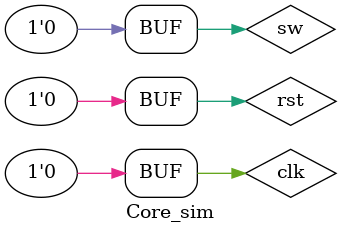
<source format=v>
`timescale 1ns / 1ps


module Core_sim(

    );
    reg clk;
    reg rst;
    wire [31:0] imem_addr;
    wire [31:0] imem_o_data;
    wire [31:0] dmem_addr;
    wire [31:0] dmem_o_data;
    wire [31:0] dmem_i_data;
    wire dmem_wen;
    reg sw;

    Core m0(
        .clk(clk),
        .rst(rst),
        .imem_addr(imem_addr),
        .imem_o_data(imem_o_data),
        .dmem_addr(dmem_addr),
        .dmem_o_data(dmem_o_data),
        .dmem_i_data(dmem_i_data),
        .dmem_wen(dmem_wen),
        .sw(sw)
    );

    Mem m1(
        .i_addr(imem_addr),
        .i_data(imem_o_data),
        .clk(clk),
        .d_wen(dmem_wen),
        .d_addr(dmem_addr),
        .d_i_data(dmem_i_data),
        .d_o_data(dmem_o_data)
    );
    initial begin
        rst = 1'b1; #10;
        rst = 1'b0; 
        sw = 1'b0;
    end

    always begin
        clk <= 1'b1; #5;
        clk <= 1'b0; #5;
    end


endmodule

</source>
